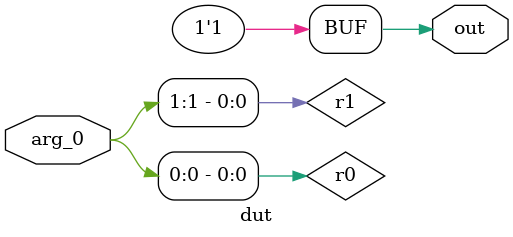
<source format=v>
    module testbench();
        reg [1:0] clock_reset;
        wire [0:0] o;
        reg [0:0] rust_out;
        dut t (.arg_0(clock_reset),.out(o));
        initial begin
            #0;
            clock_reset = 2'b10;
            rust_out = 1'b1;
            #1;
            if (o !== rust_out) begin
                $display("ASSERTION FAILED 0x%0h !== 0x%0h CASE Test 1 at time 0", o, rust_out);
                $finish;
            end
            #49;
            clock_reset = 2'b11;
            rust_out = 1'b1;
            #1;
            clock_reset = 2'b11;
            rust_out = 1'b1;
            #1;
            if (o !== rust_out) begin
                $display("ASSERTION FAILED 0x%0h !== 0x%0h CASE Test 3 at time 51", o, rust_out);
                $finish;
            end
            #48;
            clock_reset = 2'b10;
            rust_out = 1'b1;
            #1;
            if (o !== rust_out) begin
                $display("ASSERTION FAILED 0x%0h !== 0x%0h CASE Test 4 at time 100", o, rust_out);
                $finish;
            end
            #49;
            clock_reset = 2'b11;
            rust_out = 1'b1;
            #1;
            clock_reset = 2'b11;
            rust_out = 1'b1;
            #1;
            if (o !== rust_out) begin
                $display("ASSERTION FAILED 0x%0h !== 0x%0h CASE Test 6 at time 151", o, rust_out);
                $finish;
            end
            #48;
            clock_reset = 2'b10;
            rust_out = 1'b1;
            #1;
            if (o !== rust_out) begin
                $display("ASSERTION FAILED 0x%0h !== 0x%0h CASE Test 7 at time 200", o, rust_out);
                $finish;
            end
            #49;
            clock_reset = 2'b11;
            rust_out = 1'b1;
            #1;
            clock_reset = 2'b11;
            rust_out = 1'b1;
            #1;
            if (o !== rust_out) begin
                $display("ASSERTION FAILED 0x%0h !== 0x%0h CASE Test 9 at time 251", o, rust_out);
                $finish;
            end
            #48;
            clock_reset = 2'b10;
            rust_out = 1'b1;
            #1;
            if (o !== rust_out) begin
                $display("ASSERTION FAILED 0x%0h !== 0x%0h CASE Test 10 at time 300", o, rust_out);
                $finish;
            end
            #49;
            clock_reset = 2'b11;
            rust_out = 1'b1;
            #1;
            clock_reset = 2'b01;
            rust_out = 1'b1;
            #1;
            if (o !== rust_out) begin
                $display("ASSERTION FAILED 0x%0h !== 0x%0h CASE Test 12 at time 351", o, rust_out);
                $finish;
            end
            #48;
            clock_reset = 2'b00;
            rust_out = 1'b1;
            #1;
            if (o !== rust_out) begin
                $display("ASSERTION FAILED 0x%0h !== 0x%0h CASE Test 13 at time 400", o, rust_out);
                $finish;
            end
            #49;
            clock_reset = 2'b01;
            rust_out = 1'b1;
            $display("TESTBENCH OK", );
            $finish;
        end
    endmodule
    //
    module dut(input wire [1:0] arg_0, output reg [0:0] out);
        reg [0:0] r0;
        reg [0:0] r1;
        initial begin
            r0 = arg_0[0];
            r1 = arg_0[1];
            // let d = D::dont_care();
            //
            // d.anyer = bits(3);
            //
            // let o = q.anyer;
            //
            // (o, d, )
            //
            // (i.any(), (), )
            //
            out = { 1'b1 };
        end
    endmodule

</source>
